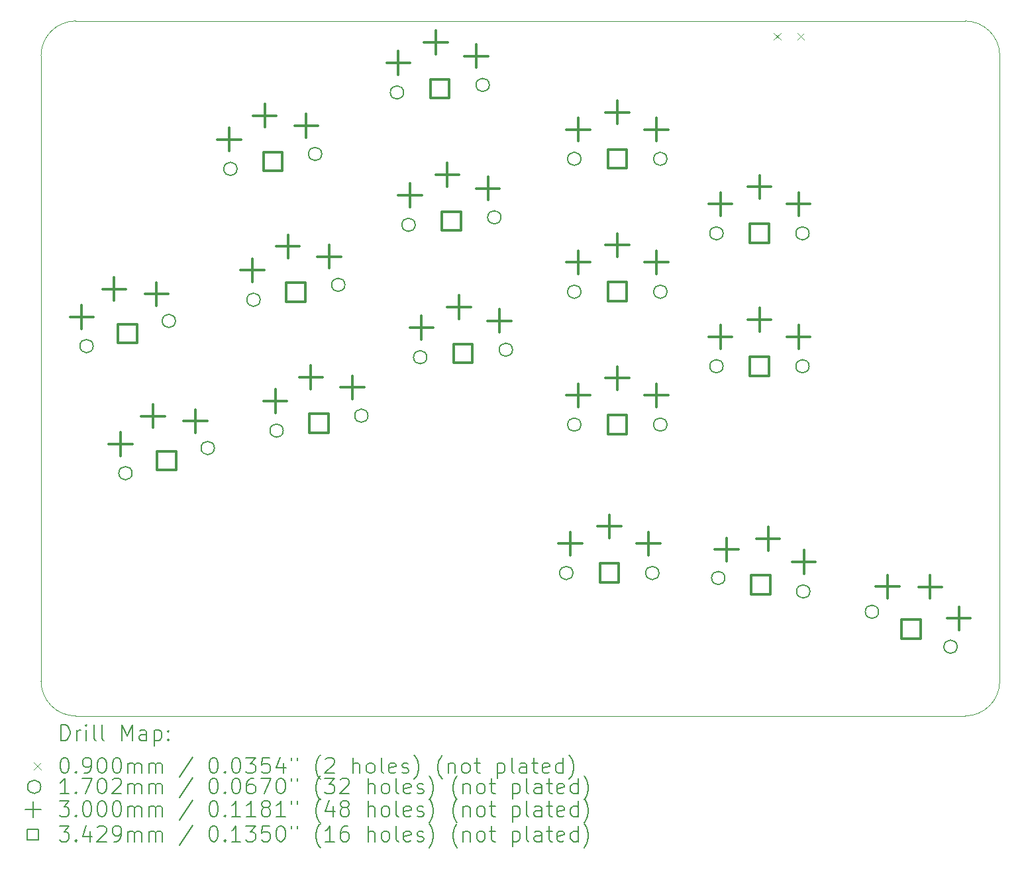
<source format=gbr>
%FSLAX45Y45*%
G04 Gerber Fmt 4.5, Leading zero omitted, Abs format (unit mm)*
G04 Created by KiCad (PCBNEW (6.0.4-0)) date 2022-07-25 12:00:02*
%MOMM*%
%LPD*%
G01*
G04 APERTURE LIST*
%TA.AperFunction,Profile*%
%ADD10C,0.050000*%
%TD*%
%ADD11C,0.200000*%
%ADD12C,0.090000*%
%ADD13C,0.170180*%
%ADD14C,0.300000*%
%ADD15C,0.342900*%
G04 APERTURE END LIST*
D10*
X16431618Y3825490D02*
X16431979Y11826325D01*
X4176475Y3825325D02*
G75*
G03*
X4620979Y3380825I444505J5D01*
G01*
X16431975Y11826325D02*
G75*
G03*
X15987479Y12270825I-444495J5D01*
G01*
X4620979Y3380825D02*
X15987118Y3380990D01*
X4176115Y11826612D02*
X4176479Y3825325D01*
X15987479Y12270825D02*
X4620615Y12271112D01*
X4620615Y12271112D02*
G75*
G03*
X4176115Y11826612I0J-444500D01*
G01*
X15987118Y3380991D02*
G75*
G03*
X16431618Y3825490I2J444499D01*
G01*
D11*
D12*
X13541841Y12120184D02*
X13631841Y12030184D01*
X13631841Y12120184D02*
X13541841Y12030184D01*
X13841841Y12120184D02*
X13931841Y12030184D01*
X13931841Y12120184D02*
X13841841Y12030184D01*
D13*
X4843348Y8112192D02*
G75*
G03*
X4843348Y8112192I-85090J0D01*
G01*
X5340380Y6486474D02*
G75*
G03*
X5340380Y6486474I-85090J0D01*
G01*
X5895283Y8433801D02*
G75*
G03*
X5895283Y8433801I-85090J0D01*
G01*
X6392315Y6808083D02*
G75*
G03*
X6392315Y6808083I-85090J0D01*
G01*
X6682157Y10379000D02*
G75*
G03*
X6682157Y10379000I-85090J0D01*
G01*
X6977359Y8704827D02*
G75*
G03*
X6977359Y8704827I-85090J0D01*
G01*
X7272560Y7030654D02*
G75*
G03*
X7272560Y7030654I-85090J0D01*
G01*
X7765445Y10570013D02*
G75*
G03*
X7765445Y10570013I-85090J0D01*
G01*
X8060647Y8895840D02*
G75*
G03*
X8060647Y8895840I-85090J0D01*
G01*
X8355849Y7221667D02*
G75*
G03*
X8355849Y7221667I-85090J0D01*
G01*
X8811183Y11357012D02*
G75*
G03*
X8811183Y11357012I-85090J0D01*
G01*
X8959347Y9663481D02*
G75*
G03*
X8959347Y9663481I-85090J0D01*
G01*
X9107512Y7969950D02*
G75*
G03*
X9107512Y7969950I-85090J0D01*
G01*
X9906997Y11452883D02*
G75*
G03*
X9906997Y11452883I-85090J0D01*
G01*
X10055161Y9759352D02*
G75*
G03*
X10055161Y9759352I-85090J0D01*
G01*
X10203326Y8065821D02*
G75*
G03*
X10203326Y8065821I-85090J0D01*
G01*
X10975169Y5209625D02*
G75*
G03*
X10975169Y5209625I-85090J0D01*
G01*
X11077569Y10507725D02*
G75*
G03*
X11077569Y10507725I-85090J0D01*
G01*
X11077569Y8807725D02*
G75*
G03*
X11077569Y8807725I-85090J0D01*
G01*
X11077569Y7107725D02*
G75*
G03*
X11077569Y7107725I-85090J0D01*
G01*
X12075169Y5209625D02*
G75*
G03*
X12075169Y5209625I-85090J0D01*
G01*
X12177569Y10507725D02*
G75*
G03*
X12177569Y10507725I-85090J0D01*
G01*
X12177569Y8807725D02*
G75*
G03*
X12177569Y8807725I-85090J0D01*
G01*
X12177569Y7107725D02*
G75*
G03*
X12177569Y7107725I-85090J0D01*
G01*
X12895039Y9554449D02*
G75*
G03*
X12895039Y9554449I-85090J0D01*
G01*
X12895039Y7854449D02*
G75*
G03*
X12895039Y7854449I-85090J0D01*
G01*
X12917700Y5145719D02*
G75*
G03*
X12917700Y5145719I-85090J0D01*
G01*
X13995039Y9554449D02*
G75*
G03*
X13995039Y9554449I-85090J0D01*
G01*
X13995039Y7854449D02*
G75*
G03*
X13995039Y7854449I-85090J0D01*
G01*
X14004157Y4973641D02*
G75*
G03*
X14004157Y4973641I-85090J0D01*
G01*
X14882346Y4713510D02*
G75*
G03*
X14882346Y4713510I-85090J0D01*
G01*
X15887246Y4266099D02*
G75*
G03*
X15887246Y4266099I-85090J0D01*
G01*
D14*
X4696434Y8635425D02*
X4696434Y8335425D01*
X4546434Y8485425D02*
X4846434Y8485425D01*
X5110265Y8991998D02*
X5110265Y8691998D01*
X4960265Y8841998D02*
X5260265Y8841998D01*
X5193466Y7009706D02*
X5193466Y6709706D01*
X5043466Y6859706D02*
X5343466Y6859706D01*
X5607297Y7366279D02*
X5607297Y7066279D01*
X5457297Y7216279D02*
X5757297Y7216279D01*
X5652739Y8927796D02*
X5652739Y8627796D01*
X5502739Y8777796D02*
X5802739Y8777796D01*
X6149771Y7302078D02*
X6149771Y7002078D01*
X5999771Y7152078D02*
X6299771Y7152078D01*
X6581189Y10906985D02*
X6581189Y10606985D01*
X6431189Y10756985D02*
X6731189Y10756985D01*
X6876391Y9232812D02*
X6876391Y8932812D01*
X6726391Y9082812D02*
X7026391Y9082812D01*
X7035390Y11210467D02*
X7035390Y10910467D01*
X6885390Y11060467D02*
X7185390Y11060467D01*
X7171593Y7558639D02*
X7171593Y7258639D01*
X7021593Y7408639D02*
X7321593Y7408639D01*
X7330592Y9536294D02*
X7330592Y9236294D01*
X7180592Y9386294D02*
X7480592Y9386294D01*
X7565997Y11080634D02*
X7565997Y10780634D01*
X7415997Y10930634D02*
X7715997Y10930634D01*
X7625794Y7862121D02*
X7625794Y7562121D01*
X7475794Y7712121D02*
X7775794Y7712121D01*
X7861199Y9406460D02*
X7861199Y9106460D01*
X7711199Y9256460D02*
X8011199Y9256460D01*
X8156401Y7732287D02*
X8156401Y7432287D01*
X8006401Y7582287D02*
X8306401Y7582287D01*
X8743219Y11884943D02*
X8743219Y11584943D01*
X8593219Y11734943D02*
X8893219Y11734943D01*
X8891384Y10191412D02*
X8891384Y9891412D01*
X8741384Y10041412D02*
X9041384Y10041412D01*
X9039548Y8497881D02*
X9039548Y8197881D01*
X8889548Y8347881D02*
X9189548Y8347881D01*
X9222142Y12147683D02*
X9222142Y11847683D01*
X9072142Y11997683D02*
X9372142Y11997683D01*
X9370307Y10454153D02*
X9370307Y10154153D01*
X9220307Y10304153D02*
X9520307Y10304153D01*
X9518471Y8760622D02*
X9518471Y8460622D01*
X9368471Y8610622D02*
X9668471Y8610622D01*
X9739414Y11972098D02*
X9739414Y11672098D01*
X9589414Y11822098D02*
X9889414Y11822098D01*
X9887578Y10278568D02*
X9887578Y9978568D01*
X9737578Y10128568D02*
X10037578Y10128568D01*
X10035743Y8585037D02*
X10035743Y8285036D01*
X9885743Y8435037D02*
X10185743Y8435037D01*
X10940079Y5734625D02*
X10940079Y5434625D01*
X10790079Y5584625D02*
X11090079Y5584625D01*
X11042479Y11032725D02*
X11042479Y10732725D01*
X10892479Y10882725D02*
X11192479Y10882725D01*
X11042479Y9332725D02*
X11042479Y9032725D01*
X10892479Y9182725D02*
X11192479Y9182725D01*
X11042479Y7632725D02*
X11042479Y7332725D01*
X10892479Y7482725D02*
X11192479Y7482725D01*
X11440079Y5954625D02*
X11440079Y5654625D01*
X11290079Y5804625D02*
X11590079Y5804625D01*
X11542479Y11252725D02*
X11542479Y10952725D01*
X11392479Y11102725D02*
X11692479Y11102725D01*
X11542479Y9552725D02*
X11542479Y9252725D01*
X11392479Y9402725D02*
X11692479Y9402725D01*
X11542479Y7852725D02*
X11542479Y7552725D01*
X11392479Y7702725D02*
X11692479Y7702725D01*
X11940079Y5734625D02*
X11940079Y5434625D01*
X11790079Y5584625D02*
X12090079Y5584625D01*
X12042479Y11032725D02*
X12042479Y10732725D01*
X11892479Y10882725D02*
X12192479Y10882725D01*
X12042479Y9332725D02*
X12042479Y9032725D01*
X11892479Y9182725D02*
X12192479Y9182725D01*
X12042479Y7632725D02*
X12042479Y7332725D01*
X11892479Y7482725D02*
X12192479Y7482725D01*
X12859949Y10079449D02*
X12859949Y9779449D01*
X12709949Y9929449D02*
X13009949Y9929449D01*
X12859949Y8379449D02*
X12859949Y8079449D01*
X12709949Y8229449D02*
X13009949Y8229449D01*
X12940657Y5658280D02*
X12940657Y5358280D01*
X12790657Y5508280D02*
X13090657Y5508280D01*
X13359949Y10299449D02*
X13359949Y9999449D01*
X13209949Y10149449D02*
X13509949Y10149449D01*
X13359949Y8599449D02*
X13359949Y8299449D01*
X13209949Y8449449D02*
X13509949Y8449449D01*
X13468917Y5797354D02*
X13468917Y5497355D01*
X13318917Y5647354D02*
X13618917Y5647354D01*
X13859949Y10079449D02*
X13859949Y9779449D01*
X13709949Y9929449D02*
X14009949Y9929449D01*
X13859949Y8379449D02*
X13859949Y8079449D01*
X13709949Y8229449D02*
X14009949Y8229449D01*
X13928346Y5501846D02*
X13928346Y5201846D01*
X13778346Y5351846D02*
X14078346Y5351846D01*
X14995459Y5185752D02*
X14995459Y4885752D01*
X14845459Y5035752D02*
X15145459Y5035752D01*
X15541714Y5183364D02*
X15541714Y4883364D01*
X15391714Y5033364D02*
X15691714Y5033364D01*
X15909005Y4779016D02*
X15909005Y4479016D01*
X15759005Y4629016D02*
X16059005Y4629016D01*
D15*
X5405461Y8151762D02*
X5405461Y8394231D01*
X5162991Y8394231D01*
X5162991Y8151762D01*
X5405461Y8151762D01*
X5902492Y6526044D02*
X5902492Y6768513D01*
X5660023Y6768513D01*
X5660023Y6526044D01*
X5902492Y6526044D01*
X7259946Y10353272D02*
X7259946Y10595741D01*
X7017476Y10595741D01*
X7017476Y10353272D01*
X7259946Y10353272D01*
X7555147Y8679099D02*
X7555147Y8921568D01*
X7312678Y8921568D01*
X7312678Y8679099D01*
X7555147Y8679099D01*
X7850349Y7004926D02*
X7850349Y7247395D01*
X7607880Y7247395D01*
X7607880Y7004926D01*
X7850349Y7004926D01*
X9395234Y11283713D02*
X9395234Y11526182D01*
X9152765Y11526182D01*
X9152765Y11283713D01*
X9395234Y11283713D01*
X9543399Y9590182D02*
X9543399Y9832651D01*
X9300930Y9832651D01*
X9300930Y9590182D01*
X9543399Y9590182D01*
X9691564Y7896651D02*
X9691564Y8139120D01*
X9449095Y8139120D01*
X9449095Y7896651D01*
X9691564Y7896651D01*
X11561314Y5088391D02*
X11561314Y5330860D01*
X11318844Y5330860D01*
X11318844Y5088391D01*
X11561314Y5088391D01*
X11663714Y10386491D02*
X11663714Y10628960D01*
X11421244Y10628960D01*
X11421244Y10386491D01*
X11663714Y10386491D01*
X11663714Y8686491D02*
X11663714Y8928960D01*
X11421244Y8928960D01*
X11421244Y8686491D01*
X11663714Y8686491D01*
X11663714Y6986491D02*
X11663714Y7228960D01*
X11421244Y7228960D01*
X11421244Y6986491D01*
X11663714Y6986491D01*
X13481184Y9433215D02*
X13481184Y9675684D01*
X13238715Y9675684D01*
X13238715Y9433215D01*
X13481184Y9433215D01*
X13481184Y7733214D02*
X13481184Y7975684D01*
X13238715Y7975684D01*
X13238715Y7733214D01*
X13481184Y7733214D01*
X13497073Y4938445D02*
X13497073Y5180915D01*
X13254604Y5180915D01*
X13254604Y4938445D01*
X13497073Y4938445D01*
X15420940Y4368570D02*
X15420940Y4611039D01*
X15178471Y4611039D01*
X15178471Y4368570D01*
X15420940Y4368570D01*
D11*
X4431234Y3067849D02*
X4431234Y3267849D01*
X4478853Y3267849D01*
X4507424Y3258325D01*
X4526472Y3239278D01*
X4535996Y3220230D01*
X4545520Y3182135D01*
X4545520Y3153563D01*
X4535996Y3115468D01*
X4526472Y3096421D01*
X4507424Y3077373D01*
X4478853Y3067849D01*
X4431234Y3067849D01*
X4631234Y3067849D02*
X4631234Y3201182D01*
X4631234Y3163087D02*
X4640758Y3182135D01*
X4650282Y3191659D01*
X4669329Y3201182D01*
X4688377Y3201182D01*
X4755043Y3067849D02*
X4755043Y3201182D01*
X4755043Y3267849D02*
X4745520Y3258325D01*
X4755043Y3248801D01*
X4764567Y3258325D01*
X4755043Y3267849D01*
X4755043Y3248801D01*
X4878853Y3067849D02*
X4859805Y3077373D01*
X4850282Y3096421D01*
X4850282Y3267849D01*
X4983615Y3067849D02*
X4964567Y3077373D01*
X4955043Y3096421D01*
X4955043Y3267849D01*
X5212186Y3067849D02*
X5212186Y3267849D01*
X5278853Y3124992D01*
X5345520Y3267849D01*
X5345520Y3067849D01*
X5526472Y3067849D02*
X5526472Y3172611D01*
X5516948Y3191659D01*
X5497901Y3201182D01*
X5459805Y3201182D01*
X5440758Y3191659D01*
X5526472Y3077373D02*
X5507424Y3067849D01*
X5459805Y3067849D01*
X5440758Y3077373D01*
X5431234Y3096421D01*
X5431234Y3115468D01*
X5440758Y3134516D01*
X5459805Y3144040D01*
X5507424Y3144040D01*
X5526472Y3153563D01*
X5621710Y3201182D02*
X5621710Y3001182D01*
X5621710Y3191659D02*
X5640758Y3201182D01*
X5678853Y3201182D01*
X5697901Y3191659D01*
X5707424Y3182135D01*
X5716948Y3163087D01*
X5716948Y3105944D01*
X5707424Y3086897D01*
X5697901Y3077373D01*
X5678853Y3067849D01*
X5640758Y3067849D01*
X5621710Y3077373D01*
X5802662Y3086897D02*
X5812186Y3077373D01*
X5802662Y3067849D01*
X5793139Y3077373D01*
X5802662Y3086897D01*
X5802662Y3067849D01*
X5802662Y3191659D02*
X5812186Y3182135D01*
X5802662Y3172611D01*
X5793139Y3182135D01*
X5802662Y3191659D01*
X5802662Y3172611D01*
D12*
X4083615Y2783325D02*
X4173615Y2693325D01*
X4173615Y2783325D02*
X4083615Y2693325D01*
D11*
X4469329Y2847849D02*
X4488377Y2847849D01*
X4507424Y2838325D01*
X4516948Y2828801D01*
X4526472Y2809754D01*
X4535996Y2771659D01*
X4535996Y2724040D01*
X4526472Y2685944D01*
X4516948Y2666897D01*
X4507424Y2657373D01*
X4488377Y2647849D01*
X4469329Y2647849D01*
X4450282Y2657373D01*
X4440758Y2666897D01*
X4431234Y2685944D01*
X4421710Y2724040D01*
X4421710Y2771659D01*
X4431234Y2809754D01*
X4440758Y2828801D01*
X4450282Y2838325D01*
X4469329Y2847849D01*
X4621710Y2666897D02*
X4631234Y2657373D01*
X4621710Y2647849D01*
X4612186Y2657373D01*
X4621710Y2666897D01*
X4621710Y2647849D01*
X4726472Y2647849D02*
X4764567Y2647849D01*
X4783615Y2657373D01*
X4793139Y2666897D01*
X4812186Y2695468D01*
X4821710Y2733563D01*
X4821710Y2809754D01*
X4812186Y2828801D01*
X4802663Y2838325D01*
X4783615Y2847849D01*
X4745520Y2847849D01*
X4726472Y2838325D01*
X4716948Y2828801D01*
X4707424Y2809754D01*
X4707424Y2762135D01*
X4716948Y2743087D01*
X4726472Y2733563D01*
X4745520Y2724040D01*
X4783615Y2724040D01*
X4802663Y2733563D01*
X4812186Y2743087D01*
X4821710Y2762135D01*
X4945520Y2847849D02*
X4964567Y2847849D01*
X4983615Y2838325D01*
X4993139Y2828801D01*
X5002663Y2809754D01*
X5012186Y2771659D01*
X5012186Y2724040D01*
X5002663Y2685944D01*
X4993139Y2666897D01*
X4983615Y2657373D01*
X4964567Y2647849D01*
X4945520Y2647849D01*
X4926472Y2657373D01*
X4916948Y2666897D01*
X4907424Y2685944D01*
X4897901Y2724040D01*
X4897901Y2771659D01*
X4907424Y2809754D01*
X4916948Y2828801D01*
X4926472Y2838325D01*
X4945520Y2847849D01*
X5135996Y2847849D02*
X5155043Y2847849D01*
X5174091Y2838325D01*
X5183615Y2828801D01*
X5193139Y2809754D01*
X5202663Y2771659D01*
X5202663Y2724040D01*
X5193139Y2685944D01*
X5183615Y2666897D01*
X5174091Y2657373D01*
X5155043Y2647849D01*
X5135996Y2647849D01*
X5116948Y2657373D01*
X5107424Y2666897D01*
X5097901Y2685944D01*
X5088377Y2724040D01*
X5088377Y2771659D01*
X5097901Y2809754D01*
X5107424Y2828801D01*
X5116948Y2838325D01*
X5135996Y2847849D01*
X5288377Y2647849D02*
X5288377Y2781183D01*
X5288377Y2762135D02*
X5297901Y2771659D01*
X5316948Y2781183D01*
X5345520Y2781183D01*
X5364567Y2771659D01*
X5374091Y2752611D01*
X5374091Y2647849D01*
X5374091Y2752611D02*
X5383615Y2771659D01*
X5402663Y2781183D01*
X5431234Y2781183D01*
X5450282Y2771659D01*
X5459805Y2752611D01*
X5459805Y2647849D01*
X5555043Y2647849D02*
X5555043Y2781183D01*
X5555043Y2762135D02*
X5564567Y2771659D01*
X5583615Y2781183D01*
X5612186Y2781183D01*
X5631234Y2771659D01*
X5640758Y2752611D01*
X5640758Y2647849D01*
X5640758Y2752611D02*
X5650281Y2771659D01*
X5669329Y2781183D01*
X5697901Y2781183D01*
X5716948Y2771659D01*
X5726472Y2752611D01*
X5726472Y2647849D01*
X6116948Y2857373D02*
X5945520Y2600230D01*
X6374091Y2847849D02*
X6393139Y2847849D01*
X6412186Y2838325D01*
X6421710Y2828801D01*
X6431234Y2809754D01*
X6440758Y2771659D01*
X6440758Y2724040D01*
X6431234Y2685944D01*
X6421710Y2666897D01*
X6412186Y2657373D01*
X6393139Y2647849D01*
X6374091Y2647849D01*
X6355043Y2657373D01*
X6345520Y2666897D01*
X6335996Y2685944D01*
X6326472Y2724040D01*
X6326472Y2771659D01*
X6335996Y2809754D01*
X6345520Y2828801D01*
X6355043Y2838325D01*
X6374091Y2847849D01*
X6526472Y2666897D02*
X6535996Y2657373D01*
X6526472Y2647849D01*
X6516948Y2657373D01*
X6526472Y2666897D01*
X6526472Y2647849D01*
X6659805Y2847849D02*
X6678853Y2847849D01*
X6697901Y2838325D01*
X6707424Y2828801D01*
X6716948Y2809754D01*
X6726472Y2771659D01*
X6726472Y2724040D01*
X6716948Y2685944D01*
X6707424Y2666897D01*
X6697901Y2657373D01*
X6678853Y2647849D01*
X6659805Y2647849D01*
X6640758Y2657373D01*
X6631234Y2666897D01*
X6621710Y2685944D01*
X6612186Y2724040D01*
X6612186Y2771659D01*
X6621710Y2809754D01*
X6631234Y2828801D01*
X6640758Y2838325D01*
X6659805Y2847849D01*
X6793139Y2847849D02*
X6916948Y2847849D01*
X6850281Y2771659D01*
X6878853Y2771659D01*
X6897901Y2762135D01*
X6907424Y2752611D01*
X6916948Y2733563D01*
X6916948Y2685944D01*
X6907424Y2666897D01*
X6897901Y2657373D01*
X6878853Y2647849D01*
X6821710Y2647849D01*
X6802662Y2657373D01*
X6793139Y2666897D01*
X7097901Y2847849D02*
X7002662Y2847849D01*
X6993139Y2752611D01*
X7002662Y2762135D01*
X7021710Y2771659D01*
X7069329Y2771659D01*
X7088377Y2762135D01*
X7097901Y2752611D01*
X7107424Y2733563D01*
X7107424Y2685944D01*
X7097901Y2666897D01*
X7088377Y2657373D01*
X7069329Y2647849D01*
X7021710Y2647849D01*
X7002662Y2657373D01*
X6993139Y2666897D01*
X7278853Y2781183D02*
X7278853Y2647849D01*
X7231234Y2857373D02*
X7183615Y2714516D01*
X7307424Y2714516D01*
X7374091Y2847849D02*
X7374091Y2809754D01*
X7450281Y2847849D02*
X7450281Y2809754D01*
X7745520Y2571659D02*
X7735996Y2581183D01*
X7716948Y2609754D01*
X7707424Y2628802D01*
X7697901Y2657373D01*
X7688377Y2704992D01*
X7688377Y2743087D01*
X7697901Y2790706D01*
X7707424Y2819278D01*
X7716948Y2838325D01*
X7735996Y2866897D01*
X7745520Y2876421D01*
X7812186Y2828801D02*
X7821710Y2838325D01*
X7840758Y2847849D01*
X7888377Y2847849D01*
X7907424Y2838325D01*
X7916948Y2828801D01*
X7926472Y2809754D01*
X7926472Y2790706D01*
X7916948Y2762135D01*
X7802662Y2647849D01*
X7926472Y2647849D01*
X8164567Y2647849D02*
X8164567Y2847849D01*
X8250281Y2647849D02*
X8250281Y2752611D01*
X8240758Y2771659D01*
X8221710Y2781183D01*
X8193139Y2781183D01*
X8174091Y2771659D01*
X8164567Y2762135D01*
X8374091Y2647849D02*
X8355043Y2657373D01*
X8345520Y2666897D01*
X8335996Y2685944D01*
X8335996Y2743087D01*
X8345520Y2762135D01*
X8355043Y2771659D01*
X8374091Y2781183D01*
X8402663Y2781183D01*
X8421710Y2771659D01*
X8431234Y2762135D01*
X8440758Y2743087D01*
X8440758Y2685944D01*
X8431234Y2666897D01*
X8421710Y2657373D01*
X8402663Y2647849D01*
X8374091Y2647849D01*
X8555043Y2647849D02*
X8535996Y2657373D01*
X8526472Y2676421D01*
X8526472Y2847849D01*
X8707424Y2657373D02*
X8688377Y2647849D01*
X8650282Y2647849D01*
X8631234Y2657373D01*
X8621710Y2676421D01*
X8621710Y2752611D01*
X8631234Y2771659D01*
X8650282Y2781183D01*
X8688377Y2781183D01*
X8707424Y2771659D01*
X8716948Y2752611D01*
X8716948Y2733563D01*
X8621710Y2714516D01*
X8793139Y2657373D02*
X8812186Y2647849D01*
X8850282Y2647849D01*
X8869329Y2657373D01*
X8878853Y2676421D01*
X8878853Y2685944D01*
X8869329Y2704992D01*
X8850282Y2714516D01*
X8821710Y2714516D01*
X8802663Y2724040D01*
X8793139Y2743087D01*
X8793139Y2752611D01*
X8802663Y2771659D01*
X8821710Y2781183D01*
X8850282Y2781183D01*
X8869329Y2771659D01*
X8945520Y2571659D02*
X8955043Y2581183D01*
X8974091Y2609754D01*
X8983615Y2628802D01*
X8993139Y2657373D01*
X9002663Y2704992D01*
X9002663Y2743087D01*
X8993139Y2790706D01*
X8983615Y2819278D01*
X8974091Y2838325D01*
X8955043Y2866897D01*
X8945520Y2876421D01*
X9307424Y2571659D02*
X9297901Y2581183D01*
X9278853Y2609754D01*
X9269329Y2628802D01*
X9259805Y2657373D01*
X9250282Y2704992D01*
X9250282Y2743087D01*
X9259805Y2790706D01*
X9269329Y2819278D01*
X9278853Y2838325D01*
X9297901Y2866897D01*
X9307424Y2876421D01*
X9383615Y2781183D02*
X9383615Y2647849D01*
X9383615Y2762135D02*
X9393139Y2771659D01*
X9412186Y2781183D01*
X9440758Y2781183D01*
X9459805Y2771659D01*
X9469329Y2752611D01*
X9469329Y2647849D01*
X9593139Y2647849D02*
X9574091Y2657373D01*
X9564567Y2666897D01*
X9555043Y2685944D01*
X9555043Y2743087D01*
X9564567Y2762135D01*
X9574091Y2771659D01*
X9593139Y2781183D01*
X9621710Y2781183D01*
X9640758Y2771659D01*
X9650282Y2762135D01*
X9659805Y2743087D01*
X9659805Y2685944D01*
X9650282Y2666897D01*
X9640758Y2657373D01*
X9621710Y2647849D01*
X9593139Y2647849D01*
X9716948Y2781183D02*
X9793139Y2781183D01*
X9745520Y2847849D02*
X9745520Y2676421D01*
X9755043Y2657373D01*
X9774091Y2647849D01*
X9793139Y2647849D01*
X10012186Y2781183D02*
X10012186Y2581183D01*
X10012186Y2771659D02*
X10031234Y2781183D01*
X10069329Y2781183D01*
X10088377Y2771659D01*
X10097901Y2762135D01*
X10107424Y2743087D01*
X10107424Y2685944D01*
X10097901Y2666897D01*
X10088377Y2657373D01*
X10069329Y2647849D01*
X10031234Y2647849D01*
X10012186Y2657373D01*
X10221710Y2647849D02*
X10202663Y2657373D01*
X10193139Y2676421D01*
X10193139Y2847849D01*
X10383615Y2647849D02*
X10383615Y2752611D01*
X10374091Y2771659D01*
X10355043Y2781183D01*
X10316948Y2781183D01*
X10297901Y2771659D01*
X10383615Y2657373D02*
X10364567Y2647849D01*
X10316948Y2647849D01*
X10297901Y2657373D01*
X10288377Y2676421D01*
X10288377Y2695468D01*
X10297901Y2714516D01*
X10316948Y2724040D01*
X10364567Y2724040D01*
X10383615Y2733563D01*
X10450282Y2781183D02*
X10526472Y2781183D01*
X10478853Y2847849D02*
X10478853Y2676421D01*
X10488377Y2657373D01*
X10507424Y2647849D01*
X10526472Y2647849D01*
X10669329Y2657373D02*
X10650282Y2647849D01*
X10612186Y2647849D01*
X10593139Y2657373D01*
X10583615Y2676421D01*
X10583615Y2752611D01*
X10593139Y2771659D01*
X10612186Y2781183D01*
X10650282Y2781183D01*
X10669329Y2771659D01*
X10678853Y2752611D01*
X10678853Y2733563D01*
X10583615Y2714516D01*
X10850282Y2647849D02*
X10850282Y2847849D01*
X10850282Y2657373D02*
X10831234Y2647849D01*
X10793139Y2647849D01*
X10774091Y2657373D01*
X10764567Y2666897D01*
X10755043Y2685944D01*
X10755043Y2743087D01*
X10764567Y2762135D01*
X10774091Y2771659D01*
X10793139Y2781183D01*
X10831234Y2781183D01*
X10850282Y2771659D01*
X10926472Y2571659D02*
X10935996Y2581183D01*
X10955043Y2609754D01*
X10964567Y2628802D01*
X10974091Y2657373D01*
X10983615Y2704992D01*
X10983615Y2743087D01*
X10974091Y2790706D01*
X10964567Y2819278D01*
X10955043Y2838325D01*
X10935996Y2866897D01*
X10926472Y2876421D01*
D13*
X4173615Y2474325D02*
G75*
G03*
X4173615Y2474325I-85090J0D01*
G01*
D11*
X4535996Y2383849D02*
X4421710Y2383849D01*
X4478853Y2383849D02*
X4478853Y2583849D01*
X4459805Y2555278D01*
X4440758Y2536230D01*
X4421710Y2526706D01*
X4621710Y2402897D02*
X4631234Y2393373D01*
X4621710Y2383849D01*
X4612186Y2393373D01*
X4621710Y2402897D01*
X4621710Y2383849D01*
X4697901Y2583849D02*
X4831234Y2583849D01*
X4745520Y2383849D01*
X4945520Y2583849D02*
X4964567Y2583849D01*
X4983615Y2574325D01*
X4993139Y2564802D01*
X5002663Y2545754D01*
X5012186Y2507659D01*
X5012186Y2460040D01*
X5002663Y2421944D01*
X4993139Y2402897D01*
X4983615Y2393373D01*
X4964567Y2383849D01*
X4945520Y2383849D01*
X4926472Y2393373D01*
X4916948Y2402897D01*
X4907424Y2421944D01*
X4897901Y2460040D01*
X4897901Y2507659D01*
X4907424Y2545754D01*
X4916948Y2564802D01*
X4926472Y2574325D01*
X4945520Y2583849D01*
X5088377Y2564802D02*
X5097901Y2574325D01*
X5116948Y2583849D01*
X5164567Y2583849D01*
X5183615Y2574325D01*
X5193139Y2564802D01*
X5202663Y2545754D01*
X5202663Y2526706D01*
X5193139Y2498135D01*
X5078853Y2383849D01*
X5202663Y2383849D01*
X5288377Y2383849D02*
X5288377Y2517183D01*
X5288377Y2498135D02*
X5297901Y2507659D01*
X5316948Y2517183D01*
X5345520Y2517183D01*
X5364567Y2507659D01*
X5374091Y2488611D01*
X5374091Y2383849D01*
X5374091Y2488611D02*
X5383615Y2507659D01*
X5402663Y2517183D01*
X5431234Y2517183D01*
X5450282Y2507659D01*
X5459805Y2488611D01*
X5459805Y2383849D01*
X5555043Y2383849D02*
X5555043Y2517183D01*
X5555043Y2498135D02*
X5564567Y2507659D01*
X5583615Y2517183D01*
X5612186Y2517183D01*
X5631234Y2507659D01*
X5640758Y2488611D01*
X5640758Y2383849D01*
X5640758Y2488611D02*
X5650281Y2507659D01*
X5669329Y2517183D01*
X5697901Y2517183D01*
X5716948Y2507659D01*
X5726472Y2488611D01*
X5726472Y2383849D01*
X6116948Y2593373D02*
X5945520Y2336230D01*
X6374091Y2583849D02*
X6393139Y2583849D01*
X6412186Y2574325D01*
X6421710Y2564802D01*
X6431234Y2545754D01*
X6440758Y2507659D01*
X6440758Y2460040D01*
X6431234Y2421944D01*
X6421710Y2402897D01*
X6412186Y2393373D01*
X6393139Y2383849D01*
X6374091Y2383849D01*
X6355043Y2393373D01*
X6345520Y2402897D01*
X6335996Y2421944D01*
X6326472Y2460040D01*
X6326472Y2507659D01*
X6335996Y2545754D01*
X6345520Y2564802D01*
X6355043Y2574325D01*
X6374091Y2583849D01*
X6526472Y2402897D02*
X6535996Y2393373D01*
X6526472Y2383849D01*
X6516948Y2393373D01*
X6526472Y2402897D01*
X6526472Y2383849D01*
X6659805Y2583849D02*
X6678853Y2583849D01*
X6697901Y2574325D01*
X6707424Y2564802D01*
X6716948Y2545754D01*
X6726472Y2507659D01*
X6726472Y2460040D01*
X6716948Y2421944D01*
X6707424Y2402897D01*
X6697901Y2393373D01*
X6678853Y2383849D01*
X6659805Y2383849D01*
X6640758Y2393373D01*
X6631234Y2402897D01*
X6621710Y2421944D01*
X6612186Y2460040D01*
X6612186Y2507659D01*
X6621710Y2545754D01*
X6631234Y2564802D01*
X6640758Y2574325D01*
X6659805Y2583849D01*
X6897901Y2583849D02*
X6859805Y2583849D01*
X6840758Y2574325D01*
X6831234Y2564802D01*
X6812186Y2536230D01*
X6802662Y2498135D01*
X6802662Y2421944D01*
X6812186Y2402897D01*
X6821710Y2393373D01*
X6840758Y2383849D01*
X6878853Y2383849D01*
X6897901Y2393373D01*
X6907424Y2402897D01*
X6916948Y2421944D01*
X6916948Y2469563D01*
X6907424Y2488611D01*
X6897901Y2498135D01*
X6878853Y2507659D01*
X6840758Y2507659D01*
X6821710Y2498135D01*
X6812186Y2488611D01*
X6802662Y2469563D01*
X6983615Y2583849D02*
X7116948Y2583849D01*
X7031234Y2383849D01*
X7231234Y2583849D02*
X7250281Y2583849D01*
X7269329Y2574325D01*
X7278853Y2564802D01*
X7288377Y2545754D01*
X7297901Y2507659D01*
X7297901Y2460040D01*
X7288377Y2421944D01*
X7278853Y2402897D01*
X7269329Y2393373D01*
X7250281Y2383849D01*
X7231234Y2383849D01*
X7212186Y2393373D01*
X7202662Y2402897D01*
X7193139Y2421944D01*
X7183615Y2460040D01*
X7183615Y2507659D01*
X7193139Y2545754D01*
X7202662Y2564802D01*
X7212186Y2574325D01*
X7231234Y2583849D01*
X7374091Y2583849D02*
X7374091Y2545754D01*
X7450281Y2583849D02*
X7450281Y2545754D01*
X7745520Y2307659D02*
X7735996Y2317183D01*
X7716948Y2345754D01*
X7707424Y2364802D01*
X7697901Y2393373D01*
X7688377Y2440992D01*
X7688377Y2479087D01*
X7697901Y2526706D01*
X7707424Y2555278D01*
X7716948Y2574325D01*
X7735996Y2602897D01*
X7745520Y2612421D01*
X7802662Y2583849D02*
X7926472Y2583849D01*
X7859805Y2507659D01*
X7888377Y2507659D01*
X7907424Y2498135D01*
X7916948Y2488611D01*
X7926472Y2469563D01*
X7926472Y2421944D01*
X7916948Y2402897D01*
X7907424Y2393373D01*
X7888377Y2383849D01*
X7831234Y2383849D01*
X7812186Y2393373D01*
X7802662Y2402897D01*
X8002662Y2564802D02*
X8012186Y2574325D01*
X8031234Y2583849D01*
X8078853Y2583849D01*
X8097901Y2574325D01*
X8107424Y2564802D01*
X8116948Y2545754D01*
X8116948Y2526706D01*
X8107424Y2498135D01*
X7993139Y2383849D01*
X8116948Y2383849D01*
X8355043Y2383849D02*
X8355043Y2583849D01*
X8440758Y2383849D02*
X8440758Y2488611D01*
X8431234Y2507659D01*
X8412186Y2517183D01*
X8383615Y2517183D01*
X8364567Y2507659D01*
X8355043Y2498135D01*
X8564567Y2383849D02*
X8545520Y2393373D01*
X8535996Y2402897D01*
X8526472Y2421944D01*
X8526472Y2479087D01*
X8535996Y2498135D01*
X8545520Y2507659D01*
X8564567Y2517183D01*
X8593139Y2517183D01*
X8612186Y2507659D01*
X8621710Y2498135D01*
X8631234Y2479087D01*
X8631234Y2421944D01*
X8621710Y2402897D01*
X8612186Y2393373D01*
X8593139Y2383849D01*
X8564567Y2383849D01*
X8745520Y2383849D02*
X8726472Y2393373D01*
X8716948Y2412421D01*
X8716948Y2583849D01*
X8897901Y2393373D02*
X8878853Y2383849D01*
X8840758Y2383849D01*
X8821710Y2393373D01*
X8812186Y2412421D01*
X8812186Y2488611D01*
X8821710Y2507659D01*
X8840758Y2517183D01*
X8878853Y2517183D01*
X8897901Y2507659D01*
X8907424Y2488611D01*
X8907424Y2469563D01*
X8812186Y2450516D01*
X8983615Y2393373D02*
X9002663Y2383849D01*
X9040758Y2383849D01*
X9059805Y2393373D01*
X9069329Y2412421D01*
X9069329Y2421944D01*
X9059805Y2440992D01*
X9040758Y2450516D01*
X9012186Y2450516D01*
X8993139Y2460040D01*
X8983615Y2479087D01*
X8983615Y2488611D01*
X8993139Y2507659D01*
X9012186Y2517183D01*
X9040758Y2517183D01*
X9059805Y2507659D01*
X9135996Y2307659D02*
X9145520Y2317183D01*
X9164567Y2345754D01*
X9174091Y2364802D01*
X9183615Y2393373D01*
X9193139Y2440992D01*
X9193139Y2479087D01*
X9183615Y2526706D01*
X9174091Y2555278D01*
X9164567Y2574325D01*
X9145520Y2602897D01*
X9135996Y2612421D01*
X9497901Y2307659D02*
X9488377Y2317183D01*
X9469329Y2345754D01*
X9459805Y2364802D01*
X9450282Y2393373D01*
X9440758Y2440992D01*
X9440758Y2479087D01*
X9450282Y2526706D01*
X9459805Y2555278D01*
X9469329Y2574325D01*
X9488377Y2602897D01*
X9497901Y2612421D01*
X9574091Y2517183D02*
X9574091Y2383849D01*
X9574091Y2498135D02*
X9583615Y2507659D01*
X9602663Y2517183D01*
X9631234Y2517183D01*
X9650282Y2507659D01*
X9659805Y2488611D01*
X9659805Y2383849D01*
X9783615Y2383849D02*
X9764567Y2393373D01*
X9755043Y2402897D01*
X9745520Y2421944D01*
X9745520Y2479087D01*
X9755043Y2498135D01*
X9764567Y2507659D01*
X9783615Y2517183D01*
X9812186Y2517183D01*
X9831234Y2507659D01*
X9840758Y2498135D01*
X9850282Y2479087D01*
X9850282Y2421944D01*
X9840758Y2402897D01*
X9831234Y2393373D01*
X9812186Y2383849D01*
X9783615Y2383849D01*
X9907424Y2517183D02*
X9983615Y2517183D01*
X9935996Y2583849D02*
X9935996Y2412421D01*
X9945520Y2393373D01*
X9964567Y2383849D01*
X9983615Y2383849D01*
X10202663Y2517183D02*
X10202663Y2317183D01*
X10202663Y2507659D02*
X10221710Y2517183D01*
X10259805Y2517183D01*
X10278853Y2507659D01*
X10288377Y2498135D01*
X10297901Y2479087D01*
X10297901Y2421944D01*
X10288377Y2402897D01*
X10278853Y2393373D01*
X10259805Y2383849D01*
X10221710Y2383849D01*
X10202663Y2393373D01*
X10412186Y2383849D02*
X10393139Y2393373D01*
X10383615Y2412421D01*
X10383615Y2583849D01*
X10574091Y2383849D02*
X10574091Y2488611D01*
X10564567Y2507659D01*
X10545520Y2517183D01*
X10507424Y2517183D01*
X10488377Y2507659D01*
X10574091Y2393373D02*
X10555043Y2383849D01*
X10507424Y2383849D01*
X10488377Y2393373D01*
X10478853Y2412421D01*
X10478853Y2431468D01*
X10488377Y2450516D01*
X10507424Y2460040D01*
X10555043Y2460040D01*
X10574091Y2469563D01*
X10640758Y2517183D02*
X10716948Y2517183D01*
X10669329Y2583849D02*
X10669329Y2412421D01*
X10678853Y2393373D01*
X10697901Y2383849D01*
X10716948Y2383849D01*
X10859805Y2393373D02*
X10840758Y2383849D01*
X10802663Y2383849D01*
X10783615Y2393373D01*
X10774091Y2412421D01*
X10774091Y2488611D01*
X10783615Y2507659D01*
X10802663Y2517183D01*
X10840758Y2517183D01*
X10859805Y2507659D01*
X10869329Y2488611D01*
X10869329Y2469563D01*
X10774091Y2450516D01*
X11040758Y2383849D02*
X11040758Y2583849D01*
X11040758Y2393373D02*
X11021710Y2383849D01*
X10983615Y2383849D01*
X10964567Y2393373D01*
X10955043Y2402897D01*
X10945520Y2421944D01*
X10945520Y2479087D01*
X10955043Y2498135D01*
X10964567Y2507659D01*
X10983615Y2517183D01*
X11021710Y2517183D01*
X11040758Y2507659D01*
X11116948Y2307659D02*
X11126472Y2317183D01*
X11145520Y2345754D01*
X11155043Y2364802D01*
X11164567Y2393373D01*
X11174091Y2440992D01*
X11174091Y2479087D01*
X11164567Y2526706D01*
X11155043Y2555278D01*
X11145520Y2574325D01*
X11126472Y2602897D01*
X11116948Y2612421D01*
X4073615Y2284145D02*
X4073615Y2084145D01*
X3973615Y2184145D02*
X4173615Y2184145D01*
X4412186Y2293669D02*
X4535996Y2293669D01*
X4469329Y2217479D01*
X4497901Y2217479D01*
X4516948Y2207955D01*
X4526472Y2198431D01*
X4535996Y2179383D01*
X4535996Y2131764D01*
X4526472Y2112717D01*
X4516948Y2103193D01*
X4497901Y2093669D01*
X4440758Y2093669D01*
X4421710Y2103193D01*
X4412186Y2112717D01*
X4621710Y2112717D02*
X4631234Y2103193D01*
X4621710Y2093669D01*
X4612186Y2103193D01*
X4621710Y2112717D01*
X4621710Y2093669D01*
X4755043Y2293669D02*
X4774091Y2293669D01*
X4793139Y2284145D01*
X4802663Y2274622D01*
X4812186Y2255574D01*
X4821710Y2217479D01*
X4821710Y2169860D01*
X4812186Y2131764D01*
X4802663Y2112717D01*
X4793139Y2103193D01*
X4774091Y2093669D01*
X4755043Y2093669D01*
X4735996Y2103193D01*
X4726472Y2112717D01*
X4716948Y2131764D01*
X4707424Y2169860D01*
X4707424Y2217479D01*
X4716948Y2255574D01*
X4726472Y2274622D01*
X4735996Y2284145D01*
X4755043Y2293669D01*
X4945520Y2293669D02*
X4964567Y2293669D01*
X4983615Y2284145D01*
X4993139Y2274622D01*
X5002663Y2255574D01*
X5012186Y2217479D01*
X5012186Y2169860D01*
X5002663Y2131764D01*
X4993139Y2112717D01*
X4983615Y2103193D01*
X4964567Y2093669D01*
X4945520Y2093669D01*
X4926472Y2103193D01*
X4916948Y2112717D01*
X4907424Y2131764D01*
X4897901Y2169860D01*
X4897901Y2217479D01*
X4907424Y2255574D01*
X4916948Y2274622D01*
X4926472Y2284145D01*
X4945520Y2293669D01*
X5135996Y2293669D02*
X5155043Y2293669D01*
X5174091Y2284145D01*
X5183615Y2274622D01*
X5193139Y2255574D01*
X5202663Y2217479D01*
X5202663Y2169860D01*
X5193139Y2131764D01*
X5183615Y2112717D01*
X5174091Y2103193D01*
X5155043Y2093669D01*
X5135996Y2093669D01*
X5116948Y2103193D01*
X5107424Y2112717D01*
X5097901Y2131764D01*
X5088377Y2169860D01*
X5088377Y2217479D01*
X5097901Y2255574D01*
X5107424Y2274622D01*
X5116948Y2284145D01*
X5135996Y2293669D01*
X5288377Y2093669D02*
X5288377Y2227003D01*
X5288377Y2207955D02*
X5297901Y2217479D01*
X5316948Y2227003D01*
X5345520Y2227003D01*
X5364567Y2217479D01*
X5374091Y2198431D01*
X5374091Y2093669D01*
X5374091Y2198431D02*
X5383615Y2217479D01*
X5402663Y2227003D01*
X5431234Y2227003D01*
X5450282Y2217479D01*
X5459805Y2198431D01*
X5459805Y2093669D01*
X5555043Y2093669D02*
X5555043Y2227003D01*
X5555043Y2207955D02*
X5564567Y2217479D01*
X5583615Y2227003D01*
X5612186Y2227003D01*
X5631234Y2217479D01*
X5640758Y2198431D01*
X5640758Y2093669D01*
X5640758Y2198431D02*
X5650281Y2217479D01*
X5669329Y2227003D01*
X5697901Y2227003D01*
X5716948Y2217479D01*
X5726472Y2198431D01*
X5726472Y2093669D01*
X6116948Y2303193D02*
X5945520Y2046050D01*
X6374091Y2293669D02*
X6393139Y2293669D01*
X6412186Y2284145D01*
X6421710Y2274622D01*
X6431234Y2255574D01*
X6440758Y2217479D01*
X6440758Y2169860D01*
X6431234Y2131764D01*
X6421710Y2112717D01*
X6412186Y2103193D01*
X6393139Y2093669D01*
X6374091Y2093669D01*
X6355043Y2103193D01*
X6345520Y2112717D01*
X6335996Y2131764D01*
X6326472Y2169860D01*
X6326472Y2217479D01*
X6335996Y2255574D01*
X6345520Y2274622D01*
X6355043Y2284145D01*
X6374091Y2293669D01*
X6526472Y2112717D02*
X6535996Y2103193D01*
X6526472Y2093669D01*
X6516948Y2103193D01*
X6526472Y2112717D01*
X6526472Y2093669D01*
X6726472Y2093669D02*
X6612186Y2093669D01*
X6669329Y2093669D02*
X6669329Y2293669D01*
X6650281Y2265098D01*
X6631234Y2246050D01*
X6612186Y2236526D01*
X6916948Y2093669D02*
X6802662Y2093669D01*
X6859805Y2093669D02*
X6859805Y2293669D01*
X6840758Y2265098D01*
X6821710Y2246050D01*
X6802662Y2236526D01*
X7031234Y2207955D02*
X7012186Y2217479D01*
X7002662Y2227003D01*
X6993139Y2246050D01*
X6993139Y2255574D01*
X7002662Y2274622D01*
X7012186Y2284145D01*
X7031234Y2293669D01*
X7069329Y2293669D01*
X7088377Y2284145D01*
X7097901Y2274622D01*
X7107424Y2255574D01*
X7107424Y2246050D01*
X7097901Y2227003D01*
X7088377Y2217479D01*
X7069329Y2207955D01*
X7031234Y2207955D01*
X7012186Y2198431D01*
X7002662Y2188907D01*
X6993139Y2169860D01*
X6993139Y2131764D01*
X7002662Y2112717D01*
X7012186Y2103193D01*
X7031234Y2093669D01*
X7069329Y2093669D01*
X7088377Y2103193D01*
X7097901Y2112717D01*
X7107424Y2131764D01*
X7107424Y2169860D01*
X7097901Y2188907D01*
X7088377Y2198431D01*
X7069329Y2207955D01*
X7297901Y2093669D02*
X7183615Y2093669D01*
X7240758Y2093669D02*
X7240758Y2293669D01*
X7221710Y2265098D01*
X7202662Y2246050D01*
X7183615Y2236526D01*
X7374091Y2293669D02*
X7374091Y2255574D01*
X7450281Y2293669D02*
X7450281Y2255574D01*
X7745520Y2017479D02*
X7735996Y2027002D01*
X7716948Y2055574D01*
X7707424Y2074621D01*
X7697901Y2103193D01*
X7688377Y2150812D01*
X7688377Y2188907D01*
X7697901Y2236526D01*
X7707424Y2265098D01*
X7716948Y2284145D01*
X7735996Y2312717D01*
X7745520Y2322241D01*
X7907424Y2227003D02*
X7907424Y2093669D01*
X7859805Y2303193D02*
X7812186Y2160336D01*
X7935996Y2160336D01*
X8040758Y2207955D02*
X8021710Y2217479D01*
X8012186Y2227003D01*
X8002662Y2246050D01*
X8002662Y2255574D01*
X8012186Y2274622D01*
X8021710Y2284145D01*
X8040758Y2293669D01*
X8078853Y2293669D01*
X8097901Y2284145D01*
X8107424Y2274622D01*
X8116948Y2255574D01*
X8116948Y2246050D01*
X8107424Y2227003D01*
X8097901Y2217479D01*
X8078853Y2207955D01*
X8040758Y2207955D01*
X8021710Y2198431D01*
X8012186Y2188907D01*
X8002662Y2169860D01*
X8002662Y2131764D01*
X8012186Y2112717D01*
X8021710Y2103193D01*
X8040758Y2093669D01*
X8078853Y2093669D01*
X8097901Y2103193D01*
X8107424Y2112717D01*
X8116948Y2131764D01*
X8116948Y2169860D01*
X8107424Y2188907D01*
X8097901Y2198431D01*
X8078853Y2207955D01*
X8355043Y2093669D02*
X8355043Y2293669D01*
X8440758Y2093669D02*
X8440758Y2198431D01*
X8431234Y2217479D01*
X8412186Y2227003D01*
X8383615Y2227003D01*
X8364567Y2217479D01*
X8355043Y2207955D01*
X8564567Y2093669D02*
X8545520Y2103193D01*
X8535996Y2112717D01*
X8526472Y2131764D01*
X8526472Y2188907D01*
X8535996Y2207955D01*
X8545520Y2217479D01*
X8564567Y2227003D01*
X8593139Y2227003D01*
X8612186Y2217479D01*
X8621710Y2207955D01*
X8631234Y2188907D01*
X8631234Y2131764D01*
X8621710Y2112717D01*
X8612186Y2103193D01*
X8593139Y2093669D01*
X8564567Y2093669D01*
X8745520Y2093669D02*
X8726472Y2103193D01*
X8716948Y2122241D01*
X8716948Y2293669D01*
X8897901Y2103193D02*
X8878853Y2093669D01*
X8840758Y2093669D01*
X8821710Y2103193D01*
X8812186Y2122241D01*
X8812186Y2198431D01*
X8821710Y2217479D01*
X8840758Y2227003D01*
X8878853Y2227003D01*
X8897901Y2217479D01*
X8907424Y2198431D01*
X8907424Y2179383D01*
X8812186Y2160336D01*
X8983615Y2103193D02*
X9002663Y2093669D01*
X9040758Y2093669D01*
X9059805Y2103193D01*
X9069329Y2122241D01*
X9069329Y2131764D01*
X9059805Y2150812D01*
X9040758Y2160336D01*
X9012186Y2160336D01*
X8993139Y2169860D01*
X8983615Y2188907D01*
X8983615Y2198431D01*
X8993139Y2217479D01*
X9012186Y2227003D01*
X9040758Y2227003D01*
X9059805Y2217479D01*
X9135996Y2017479D02*
X9145520Y2027002D01*
X9164567Y2055574D01*
X9174091Y2074621D01*
X9183615Y2103193D01*
X9193139Y2150812D01*
X9193139Y2188907D01*
X9183615Y2236526D01*
X9174091Y2265098D01*
X9164567Y2284145D01*
X9145520Y2312717D01*
X9135996Y2322241D01*
X9497901Y2017479D02*
X9488377Y2027002D01*
X9469329Y2055574D01*
X9459805Y2074621D01*
X9450282Y2103193D01*
X9440758Y2150812D01*
X9440758Y2188907D01*
X9450282Y2236526D01*
X9459805Y2265098D01*
X9469329Y2284145D01*
X9488377Y2312717D01*
X9497901Y2322241D01*
X9574091Y2227003D02*
X9574091Y2093669D01*
X9574091Y2207955D02*
X9583615Y2217479D01*
X9602663Y2227003D01*
X9631234Y2227003D01*
X9650282Y2217479D01*
X9659805Y2198431D01*
X9659805Y2093669D01*
X9783615Y2093669D02*
X9764567Y2103193D01*
X9755043Y2112717D01*
X9745520Y2131764D01*
X9745520Y2188907D01*
X9755043Y2207955D01*
X9764567Y2217479D01*
X9783615Y2227003D01*
X9812186Y2227003D01*
X9831234Y2217479D01*
X9840758Y2207955D01*
X9850282Y2188907D01*
X9850282Y2131764D01*
X9840758Y2112717D01*
X9831234Y2103193D01*
X9812186Y2093669D01*
X9783615Y2093669D01*
X9907424Y2227003D02*
X9983615Y2227003D01*
X9935996Y2293669D02*
X9935996Y2122241D01*
X9945520Y2103193D01*
X9964567Y2093669D01*
X9983615Y2093669D01*
X10202663Y2227003D02*
X10202663Y2027002D01*
X10202663Y2217479D02*
X10221710Y2227003D01*
X10259805Y2227003D01*
X10278853Y2217479D01*
X10288377Y2207955D01*
X10297901Y2188907D01*
X10297901Y2131764D01*
X10288377Y2112717D01*
X10278853Y2103193D01*
X10259805Y2093669D01*
X10221710Y2093669D01*
X10202663Y2103193D01*
X10412186Y2093669D02*
X10393139Y2103193D01*
X10383615Y2122241D01*
X10383615Y2293669D01*
X10574091Y2093669D02*
X10574091Y2198431D01*
X10564567Y2217479D01*
X10545520Y2227003D01*
X10507424Y2227003D01*
X10488377Y2217479D01*
X10574091Y2103193D02*
X10555043Y2093669D01*
X10507424Y2093669D01*
X10488377Y2103193D01*
X10478853Y2122241D01*
X10478853Y2141288D01*
X10488377Y2160336D01*
X10507424Y2169860D01*
X10555043Y2169860D01*
X10574091Y2179383D01*
X10640758Y2227003D02*
X10716948Y2227003D01*
X10669329Y2293669D02*
X10669329Y2122241D01*
X10678853Y2103193D01*
X10697901Y2093669D01*
X10716948Y2093669D01*
X10859805Y2103193D02*
X10840758Y2093669D01*
X10802663Y2093669D01*
X10783615Y2103193D01*
X10774091Y2122241D01*
X10774091Y2198431D01*
X10783615Y2217479D01*
X10802663Y2227003D01*
X10840758Y2227003D01*
X10859805Y2217479D01*
X10869329Y2198431D01*
X10869329Y2179383D01*
X10774091Y2160336D01*
X11040758Y2093669D02*
X11040758Y2293669D01*
X11040758Y2103193D02*
X11021710Y2093669D01*
X10983615Y2093669D01*
X10964567Y2103193D01*
X10955043Y2112717D01*
X10945520Y2131764D01*
X10945520Y2188907D01*
X10955043Y2207955D01*
X10964567Y2217479D01*
X10983615Y2227003D01*
X11021710Y2227003D01*
X11040758Y2217479D01*
X11116948Y2017479D02*
X11126472Y2027002D01*
X11145520Y2055574D01*
X11155043Y2074621D01*
X11164567Y2103193D01*
X11174091Y2150812D01*
X11174091Y2188907D01*
X11164567Y2236526D01*
X11155043Y2265098D01*
X11145520Y2284145D01*
X11126472Y2312717D01*
X11116948Y2322241D01*
X4144326Y1793434D02*
X4144326Y1934857D01*
X4002903Y1934857D01*
X4002903Y1793434D01*
X4144326Y1793434D01*
X4412186Y1973669D02*
X4535996Y1973669D01*
X4469329Y1897479D01*
X4497901Y1897479D01*
X4516948Y1887955D01*
X4526472Y1878431D01*
X4535996Y1859383D01*
X4535996Y1811764D01*
X4526472Y1792717D01*
X4516948Y1783193D01*
X4497901Y1773669D01*
X4440758Y1773669D01*
X4421710Y1783193D01*
X4412186Y1792717D01*
X4621710Y1792717D02*
X4631234Y1783193D01*
X4621710Y1773669D01*
X4612186Y1783193D01*
X4621710Y1792717D01*
X4621710Y1773669D01*
X4802663Y1907002D02*
X4802663Y1773669D01*
X4755043Y1983193D02*
X4707424Y1840336D01*
X4831234Y1840336D01*
X4897901Y1954621D02*
X4907424Y1964145D01*
X4926472Y1973669D01*
X4974091Y1973669D01*
X4993139Y1964145D01*
X5002663Y1954621D01*
X5012186Y1935574D01*
X5012186Y1916526D01*
X5002663Y1887955D01*
X4888377Y1773669D01*
X5012186Y1773669D01*
X5107424Y1773669D02*
X5145520Y1773669D01*
X5164567Y1783193D01*
X5174091Y1792717D01*
X5193139Y1821288D01*
X5202663Y1859383D01*
X5202663Y1935574D01*
X5193139Y1954621D01*
X5183615Y1964145D01*
X5164567Y1973669D01*
X5126472Y1973669D01*
X5107424Y1964145D01*
X5097901Y1954621D01*
X5088377Y1935574D01*
X5088377Y1887955D01*
X5097901Y1868907D01*
X5107424Y1859383D01*
X5126472Y1849860D01*
X5164567Y1849860D01*
X5183615Y1859383D01*
X5193139Y1868907D01*
X5202663Y1887955D01*
X5288377Y1773669D02*
X5288377Y1907002D01*
X5288377Y1887955D02*
X5297901Y1897479D01*
X5316948Y1907002D01*
X5345520Y1907002D01*
X5364567Y1897479D01*
X5374091Y1878431D01*
X5374091Y1773669D01*
X5374091Y1878431D02*
X5383615Y1897479D01*
X5402663Y1907002D01*
X5431234Y1907002D01*
X5450282Y1897479D01*
X5459805Y1878431D01*
X5459805Y1773669D01*
X5555043Y1773669D02*
X5555043Y1907002D01*
X5555043Y1887955D02*
X5564567Y1897479D01*
X5583615Y1907002D01*
X5612186Y1907002D01*
X5631234Y1897479D01*
X5640758Y1878431D01*
X5640758Y1773669D01*
X5640758Y1878431D02*
X5650281Y1897479D01*
X5669329Y1907002D01*
X5697901Y1907002D01*
X5716948Y1897479D01*
X5726472Y1878431D01*
X5726472Y1773669D01*
X6116948Y1983193D02*
X5945520Y1726050D01*
X6374091Y1973669D02*
X6393139Y1973669D01*
X6412186Y1964145D01*
X6421710Y1954621D01*
X6431234Y1935574D01*
X6440758Y1897479D01*
X6440758Y1849860D01*
X6431234Y1811764D01*
X6421710Y1792717D01*
X6412186Y1783193D01*
X6393139Y1773669D01*
X6374091Y1773669D01*
X6355043Y1783193D01*
X6345520Y1792717D01*
X6335996Y1811764D01*
X6326472Y1849860D01*
X6326472Y1897479D01*
X6335996Y1935574D01*
X6345520Y1954621D01*
X6355043Y1964145D01*
X6374091Y1973669D01*
X6526472Y1792717D02*
X6535996Y1783193D01*
X6526472Y1773669D01*
X6516948Y1783193D01*
X6526472Y1792717D01*
X6526472Y1773669D01*
X6726472Y1773669D02*
X6612186Y1773669D01*
X6669329Y1773669D02*
X6669329Y1973669D01*
X6650281Y1945098D01*
X6631234Y1926050D01*
X6612186Y1916526D01*
X6793139Y1973669D02*
X6916948Y1973669D01*
X6850281Y1897479D01*
X6878853Y1897479D01*
X6897901Y1887955D01*
X6907424Y1878431D01*
X6916948Y1859383D01*
X6916948Y1811764D01*
X6907424Y1792717D01*
X6897901Y1783193D01*
X6878853Y1773669D01*
X6821710Y1773669D01*
X6802662Y1783193D01*
X6793139Y1792717D01*
X7097901Y1973669D02*
X7002662Y1973669D01*
X6993139Y1878431D01*
X7002662Y1887955D01*
X7021710Y1897479D01*
X7069329Y1897479D01*
X7088377Y1887955D01*
X7097901Y1878431D01*
X7107424Y1859383D01*
X7107424Y1811764D01*
X7097901Y1792717D01*
X7088377Y1783193D01*
X7069329Y1773669D01*
X7021710Y1773669D01*
X7002662Y1783193D01*
X6993139Y1792717D01*
X7231234Y1973669D02*
X7250281Y1973669D01*
X7269329Y1964145D01*
X7278853Y1954621D01*
X7288377Y1935574D01*
X7297901Y1897479D01*
X7297901Y1849860D01*
X7288377Y1811764D01*
X7278853Y1792717D01*
X7269329Y1783193D01*
X7250281Y1773669D01*
X7231234Y1773669D01*
X7212186Y1783193D01*
X7202662Y1792717D01*
X7193139Y1811764D01*
X7183615Y1849860D01*
X7183615Y1897479D01*
X7193139Y1935574D01*
X7202662Y1954621D01*
X7212186Y1964145D01*
X7231234Y1973669D01*
X7374091Y1973669D02*
X7374091Y1935574D01*
X7450281Y1973669D02*
X7450281Y1935574D01*
X7745520Y1697479D02*
X7735996Y1707002D01*
X7716948Y1735574D01*
X7707424Y1754621D01*
X7697901Y1783193D01*
X7688377Y1830812D01*
X7688377Y1868907D01*
X7697901Y1916526D01*
X7707424Y1945098D01*
X7716948Y1964145D01*
X7735996Y1992717D01*
X7745520Y2002241D01*
X7926472Y1773669D02*
X7812186Y1773669D01*
X7869329Y1773669D02*
X7869329Y1973669D01*
X7850281Y1945098D01*
X7831234Y1926050D01*
X7812186Y1916526D01*
X8097901Y1973669D02*
X8059805Y1973669D01*
X8040758Y1964145D01*
X8031234Y1954621D01*
X8012186Y1926050D01*
X8002662Y1887955D01*
X8002662Y1811764D01*
X8012186Y1792717D01*
X8021710Y1783193D01*
X8040758Y1773669D01*
X8078853Y1773669D01*
X8097901Y1783193D01*
X8107424Y1792717D01*
X8116948Y1811764D01*
X8116948Y1859383D01*
X8107424Y1878431D01*
X8097901Y1887955D01*
X8078853Y1897479D01*
X8040758Y1897479D01*
X8021710Y1887955D01*
X8012186Y1878431D01*
X8002662Y1859383D01*
X8355043Y1773669D02*
X8355043Y1973669D01*
X8440758Y1773669D02*
X8440758Y1878431D01*
X8431234Y1897479D01*
X8412186Y1907002D01*
X8383615Y1907002D01*
X8364567Y1897479D01*
X8355043Y1887955D01*
X8564567Y1773669D02*
X8545520Y1783193D01*
X8535996Y1792717D01*
X8526472Y1811764D01*
X8526472Y1868907D01*
X8535996Y1887955D01*
X8545520Y1897479D01*
X8564567Y1907002D01*
X8593139Y1907002D01*
X8612186Y1897479D01*
X8621710Y1887955D01*
X8631234Y1868907D01*
X8631234Y1811764D01*
X8621710Y1792717D01*
X8612186Y1783193D01*
X8593139Y1773669D01*
X8564567Y1773669D01*
X8745520Y1773669D02*
X8726472Y1783193D01*
X8716948Y1802241D01*
X8716948Y1973669D01*
X8897901Y1783193D02*
X8878853Y1773669D01*
X8840758Y1773669D01*
X8821710Y1783193D01*
X8812186Y1802241D01*
X8812186Y1878431D01*
X8821710Y1897479D01*
X8840758Y1907002D01*
X8878853Y1907002D01*
X8897901Y1897479D01*
X8907424Y1878431D01*
X8907424Y1859383D01*
X8812186Y1840336D01*
X8983615Y1783193D02*
X9002663Y1773669D01*
X9040758Y1773669D01*
X9059805Y1783193D01*
X9069329Y1802241D01*
X9069329Y1811764D01*
X9059805Y1830812D01*
X9040758Y1840336D01*
X9012186Y1840336D01*
X8993139Y1849860D01*
X8983615Y1868907D01*
X8983615Y1878431D01*
X8993139Y1897479D01*
X9012186Y1907002D01*
X9040758Y1907002D01*
X9059805Y1897479D01*
X9135996Y1697479D02*
X9145520Y1707002D01*
X9164567Y1735574D01*
X9174091Y1754621D01*
X9183615Y1783193D01*
X9193139Y1830812D01*
X9193139Y1868907D01*
X9183615Y1916526D01*
X9174091Y1945098D01*
X9164567Y1964145D01*
X9145520Y1992717D01*
X9135996Y2002241D01*
X9497901Y1697479D02*
X9488377Y1707002D01*
X9469329Y1735574D01*
X9459805Y1754621D01*
X9450282Y1783193D01*
X9440758Y1830812D01*
X9440758Y1868907D01*
X9450282Y1916526D01*
X9459805Y1945098D01*
X9469329Y1964145D01*
X9488377Y1992717D01*
X9497901Y2002241D01*
X9574091Y1907002D02*
X9574091Y1773669D01*
X9574091Y1887955D02*
X9583615Y1897479D01*
X9602663Y1907002D01*
X9631234Y1907002D01*
X9650282Y1897479D01*
X9659805Y1878431D01*
X9659805Y1773669D01*
X9783615Y1773669D02*
X9764567Y1783193D01*
X9755043Y1792717D01*
X9745520Y1811764D01*
X9745520Y1868907D01*
X9755043Y1887955D01*
X9764567Y1897479D01*
X9783615Y1907002D01*
X9812186Y1907002D01*
X9831234Y1897479D01*
X9840758Y1887955D01*
X9850282Y1868907D01*
X9850282Y1811764D01*
X9840758Y1792717D01*
X9831234Y1783193D01*
X9812186Y1773669D01*
X9783615Y1773669D01*
X9907424Y1907002D02*
X9983615Y1907002D01*
X9935996Y1973669D02*
X9935996Y1802241D01*
X9945520Y1783193D01*
X9964567Y1773669D01*
X9983615Y1773669D01*
X10202663Y1907002D02*
X10202663Y1707002D01*
X10202663Y1897479D02*
X10221710Y1907002D01*
X10259805Y1907002D01*
X10278853Y1897479D01*
X10288377Y1887955D01*
X10297901Y1868907D01*
X10297901Y1811764D01*
X10288377Y1792717D01*
X10278853Y1783193D01*
X10259805Y1773669D01*
X10221710Y1773669D01*
X10202663Y1783193D01*
X10412186Y1773669D02*
X10393139Y1783193D01*
X10383615Y1802241D01*
X10383615Y1973669D01*
X10574091Y1773669D02*
X10574091Y1878431D01*
X10564567Y1897479D01*
X10545520Y1907002D01*
X10507424Y1907002D01*
X10488377Y1897479D01*
X10574091Y1783193D02*
X10555043Y1773669D01*
X10507424Y1773669D01*
X10488377Y1783193D01*
X10478853Y1802241D01*
X10478853Y1821288D01*
X10488377Y1840336D01*
X10507424Y1849860D01*
X10555043Y1849860D01*
X10574091Y1859383D01*
X10640758Y1907002D02*
X10716948Y1907002D01*
X10669329Y1973669D02*
X10669329Y1802241D01*
X10678853Y1783193D01*
X10697901Y1773669D01*
X10716948Y1773669D01*
X10859805Y1783193D02*
X10840758Y1773669D01*
X10802663Y1773669D01*
X10783615Y1783193D01*
X10774091Y1802241D01*
X10774091Y1878431D01*
X10783615Y1897479D01*
X10802663Y1907002D01*
X10840758Y1907002D01*
X10859805Y1897479D01*
X10869329Y1878431D01*
X10869329Y1859383D01*
X10774091Y1840336D01*
X11040758Y1773669D02*
X11040758Y1973669D01*
X11040758Y1783193D02*
X11021710Y1773669D01*
X10983615Y1773669D01*
X10964567Y1783193D01*
X10955043Y1792717D01*
X10945520Y1811764D01*
X10945520Y1868907D01*
X10955043Y1887955D01*
X10964567Y1897479D01*
X10983615Y1907002D01*
X11021710Y1907002D01*
X11040758Y1897479D01*
X11116948Y1697479D02*
X11126472Y1707002D01*
X11145520Y1735574D01*
X11155043Y1754621D01*
X11164567Y1783193D01*
X11174091Y1830812D01*
X11174091Y1868907D01*
X11164567Y1916526D01*
X11155043Y1945098D01*
X11145520Y1964145D01*
X11126472Y1992717D01*
X11116948Y2002241D01*
M02*

</source>
